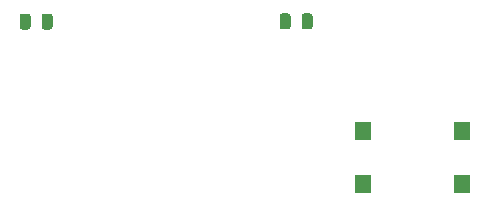
<source format=gbr>
G04 #@! TF.GenerationSoftware,KiCad,Pcbnew,(5.1.8-0-10_14)*
G04 #@! TF.CreationDate,2021-03-05T16:46:23-05:00*
G04 #@! TF.ProjectId,v1,76312e6b-6963-4616-945f-706362585858,rev?*
G04 #@! TF.SameCoordinates,Original*
G04 #@! TF.FileFunction,Paste,Top*
G04 #@! TF.FilePolarity,Positive*
%FSLAX46Y46*%
G04 Gerber Fmt 4.6, Leading zero omitted, Abs format (unit mm)*
G04 Created by KiCad (PCBNEW (5.1.8-0-10_14)) date 2021-03-05 16:46:23*
%MOMM*%
%LPD*%
G01*
G04 APERTURE LIST*
%ADD10R,1.360000X1.560000*%
G04 APERTURE END LIST*
D10*
X170595400Y-95747400D03*
X170595400Y-91247400D03*
X162195400Y-91247400D03*
X162195400Y-95747400D03*
G36*
G01*
X135909075Y-81553750D02*
X135909075Y-82446250D01*
G75*
G02*
X135675325Y-82680000I-233750J0D01*
G01*
X135207825Y-82680000D01*
G75*
G02*
X134974075Y-82446250I0J233750D01*
G01*
X134974075Y-81553750D01*
G75*
G02*
X135207825Y-81320000I233750J0D01*
G01*
X135675325Y-81320000D01*
G75*
G02*
X135909075Y-81553750I0J-233750D01*
G01*
G37*
G36*
G01*
X134034075Y-81553750D02*
X134034075Y-82446250D01*
G75*
G02*
X133800325Y-82680000I-233750J0D01*
G01*
X133332825Y-82680000D01*
G75*
G02*
X133099075Y-82446250I0J233750D01*
G01*
X133099075Y-81553750D01*
G75*
G02*
X133332825Y-81320000I233750J0D01*
G01*
X133800325Y-81320000D01*
G75*
G02*
X134034075Y-81553750I0J-233750D01*
G01*
G37*
G36*
G01*
X157925200Y-81532250D02*
X157925200Y-82424750D01*
G75*
G02*
X157691450Y-82658500I-233750J0D01*
G01*
X157223950Y-82658500D01*
G75*
G02*
X156990200Y-82424750I0J233750D01*
G01*
X156990200Y-81532250D01*
G75*
G02*
X157223950Y-81298500I233750J0D01*
G01*
X157691450Y-81298500D01*
G75*
G02*
X157925200Y-81532250I0J-233750D01*
G01*
G37*
G36*
G01*
X156050200Y-81532250D02*
X156050200Y-82424750D01*
G75*
G02*
X155816450Y-82658500I-233750J0D01*
G01*
X155348950Y-82658500D01*
G75*
G02*
X155115200Y-82424750I0J233750D01*
G01*
X155115200Y-81532250D01*
G75*
G02*
X155348950Y-81298500I233750J0D01*
G01*
X155816450Y-81298500D01*
G75*
G02*
X156050200Y-81532250I0J-233750D01*
G01*
G37*
M02*

</source>
